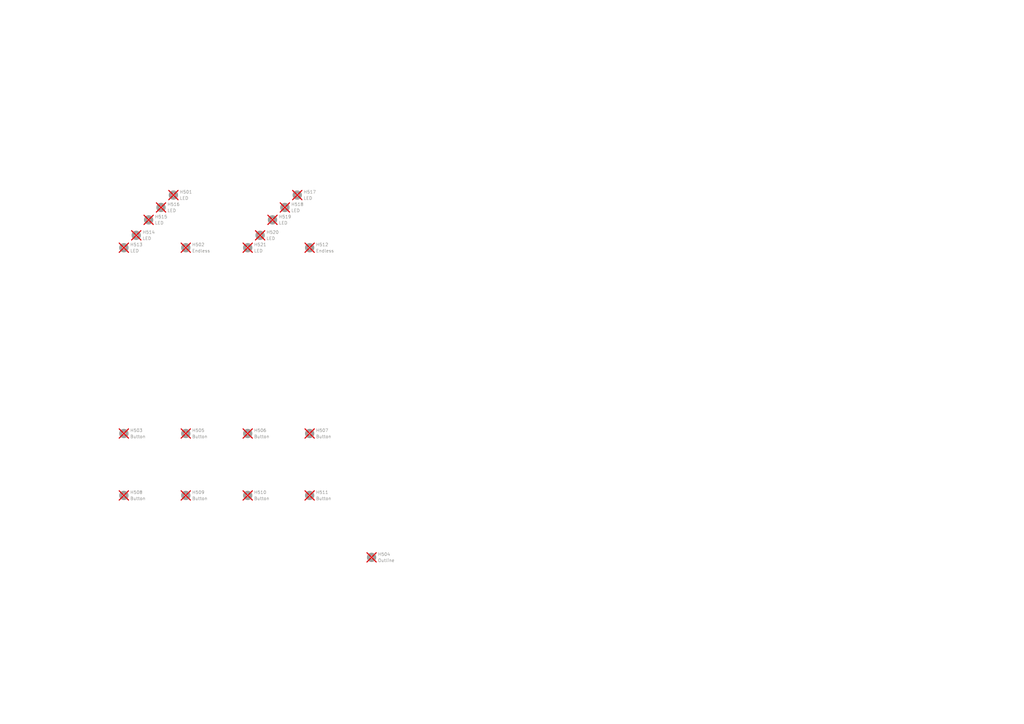
<source format=kicad_sch>
(kicad_sch (version 20231120) (generator "eeschema") (generator_version "8.0")
  (paper "A3")
  (lib_symbols
    (symbol "Mechanical:MountingHole" (pin_names (offset 1.016)) (exclude_from_sim yes) (in_bom no)
      (property "Reference" "H" (at 0 5.08 0))
      (property "Value" "MountingHole" (at 0 3.175 0))
      (symbol "MountingHole_0_1"
        (circle (center 0 0) (radius 1.27) (stroke (width 1.27)))
      )
    )
  )
  (symbol (lib_id "Mechanical:MountingHole") (at 76.2 203.2 0) (unit 1) (exclude_from_sim yes) (in_bom no) (dnp yes)
    (property "Reference" "H509" (at 78.74 201.9299 0) (effects (justify left)))
    (property "Value" "Button" (at 78.74 204.4699 0) (effects (justify left)))
    (property "Footprint" "suku_basics:FP_BUTTON" (effects (hide yes)))
    (property "Description" "Mounting Hole without connection" (effects (hide yes)))
  )
  (symbol (lib_id "Mechanical:MountingHole") (at 101.6 101.6 0) (unit 1) (exclude_from_sim yes) (in_bom no) (dnp yes)
    (property "Reference" "H521" (at 104.14 100.3299 0) (effects (justify left)))
    (property "Value" "LED" (at 104.14 102.8699 0) (effects (justify left)))
    (property "Footprint" "suku_basics:FP_LED" (effects (hide yes)))
    (property "Description" "Mounting Hole without connection" (effects (hide yes)))
  )
  (symbol (lib_id "Mechanical:MountingHole") (at 106.68 96.52 0) (unit 1) (exclude_from_sim yes) (in_bom no) (dnp yes)
    (property "Reference" "H520" (at 109.22 95.2499 0) (effects (justify left)))
    (property "Value" "LED" (at 109.22 97.7899 0) (effects (justify left)))
    (property "Footprint" "suku_basics:FP_LED" (effects (hide yes)))
    (property "Description" "Mounting Hole without connection" (effects (hide yes)))
  )
  (symbol (lib_id "Mechanical:MountingHole") (at 116.84 85.09 0) (unit 1) (exclude_from_sim yes) (in_bom no) (dnp yes)
    (property "Reference" "H518" (at 119.38 83.8199 0) (effects (justify left)))
    (property "Value" "LED" (at 119.38 86.3599 0) (effects (justify left)))
    (property "Footprint" "suku_basics:FP_LED" (effects (hide yes)))
    (property "Description" "Mounting Hole without connection" (effects (hide yes)))
  )
  (symbol (lib_id "Mechanical:MountingHole") (at 76.2 177.8 0) (unit 1) (exclude_from_sim yes) (in_bom no) (dnp yes)
    (property "Reference" "H505" (at 78.74 176.5299 0) (effects (justify left)))
    (property "Value" "Button" (at 78.74 179.0699 0) (effects (justify left)))
    (property "Footprint" "suku_basics:FP_BUTTON" (effects (hide yes)))
    (property "Description" "Mounting Hole without connection" (effects (hide yes)))
  )
  (symbol (lib_id "Mechanical:MountingHole") (at 55.88 96.52 0) (unit 1) (exclude_from_sim yes) (in_bom no) (dnp yes)
    (property "Reference" "H514" (at 58.42 95.2499 0) (effects (justify left)))
    (property "Value" "LED" (at 58.42 97.7899 0) (effects (justify left)))
    (property "Footprint" "suku_basics:FP_LED" (effects (hide yes)))
    (property "Description" "Mounting Hole without connection" (effects (hide yes)))
  )
  (symbol (lib_id "Mechanical:MountingHole") (at 66.04 85.09 0) (unit 1) (exclude_from_sim yes) (in_bom no) (dnp yes)
    (property "Reference" "H516" (at 68.58 83.8199 0) (effects (justify left)))
    (property "Value" "LED" (at 68.58 86.3599 0) (effects (justify left)))
    (property "Footprint" "suku_basics:FP_LED" (effects (hide yes)))
    (property "Description" "Mounting Hole without connection" (effects (hide yes)))
  )
  (symbol (lib_id "Mechanical:MountingHole") (at 111.76 90.17 0) (unit 1) (exclude_from_sim yes) (in_bom no) (dnp yes)
    (property "Reference" "H519" (at 114.3 88.8999 0) (effects (justify left)))
    (property "Value" "LED" (at 114.3 91.4399 0) (effects (justify left)))
    (property "Footprint" "suku_basics:FP_LED" (effects (hide yes)))
    (property "Description" "Mounting Hole without connection" (effects (hide yes)))
  )
  (symbol (lib_id "Mechanical:MountingHole") (at 76.2 101.6 0) (unit 1) (exclude_from_sim yes) (in_bom no) (dnp yes)
    (property "Reference" "H502" (at 78.74 100.3299 0) (effects (justify left)))
    (property "Value" "Endless" (at 78.74 102.8699 0) (effects (justify left)))
    (property "Footprint" "suku_basics:FP_ENDLESS" (effects (hide yes)))
    (property "Description" "Mounting Hole without connection" (effects (hide yes)))
  )
  (symbol (lib_id "Mechanical:MountingHole") (at 152.4 228.6 0) (unit 1) (exclude_from_sim yes) (in_bom no) (dnp yes)
    (property "Reference" "H504" (at 154.94 227.3299 0) (effects (justify left)))
    (property "Value" "Outline" (at 154.94 229.8699 0) (effects (justify left)))
    (property "Footprint" "suku_basics:FP_OUTLINE" (effects (hide yes)))
    (property "Description" "Mounting Hole without connection" (effects (hide yes)))
  )
  (symbol (lib_id "Mechanical:MountingHole") (at 50.8 203.2 0) (unit 1) (exclude_from_sim yes) (in_bom no) (dnp yes)
    (property "Reference" "H508" (at 53.34 201.9299 0) (effects (justify left)))
    (property "Value" "Button" (at 53.34 204.4699 0) (effects (justify left)))
    (property "Footprint" "suku_basics:FP_BUTTON" (effects (hide yes)))
    (property "Description" "Mounting Hole without connection" (effects (hide yes)))
  )
  (symbol (lib_id "Mechanical:MountingHole") (at 101.6 203.2 0) (unit 1) (exclude_from_sim yes) (in_bom no) (dnp yes)
    (property "Reference" "H510" (at 104.14 201.9299 0) (effects (justify left)))
    (property "Value" "Button" (at 104.14 204.4699 0) (effects (justify left)))
    (property "Footprint" "suku_basics:FP_BUTTON" (effects (hide yes)))
    (property "Description" "Mounting Hole without connection" (effects (hide yes)))
  )
  (symbol (lib_id "Mechanical:MountingHole") (at 127 203.2 0) (unit 1) (exclude_from_sim yes) (in_bom no) (dnp yes)
    (property "Reference" "H511" (at 129.54 201.9299 0) (effects (justify left)))
    (property "Value" "Button" (at 129.54 204.4699 0) (effects (justify left)))
    (property "Footprint" "suku_basics:FP_BUTTON" (effects (hide yes)))
    (property "Description" "Mounting Hole without connection" (effects (hide yes)))
  )
  (symbol (lib_id "Mechanical:MountingHole") (at 127 177.8 0) (unit 1) (exclude_from_sim yes) (in_bom no) (dnp yes)
    (property "Reference" "H507" (at 129.54 176.5299 0) (effects (justify left)))
    (property "Value" "Button" (at 129.54 179.0699 0) (effects (justify left)))
    (property "Footprint" "suku_basics:FP_BUTTON" (effects (hide yes)))
    (property "Description" "Mounting Hole without connection" (effects (hide yes)))
  )
  (symbol (lib_id "Mechanical:MountingHole") (at 127 101.6 0) (unit 1) (exclude_from_sim yes) (in_bom no) (dnp yes)
    (property "Reference" "H512" (at 129.54 100.3299 0) (effects (justify left)))
    (property "Value" "Endless" (at 129.54 102.8699 0) (effects (justify left)))
    (property "Footprint" "suku_basics:FP_ENDLESS" (effects (hide yes)))
    (property "Description" "Mounting Hole without connection" (effects (hide yes)))
  )
  (symbol (lib_id "Mechanical:MountingHole") (at 50.8 101.6 0) (unit 1) (exclude_from_sim yes) (in_bom no) (dnp yes)
    (property "Reference" "H513" (at 53.34 100.3299 0) (effects (justify left)))
    (property "Value" "LED" (at 53.34 102.8699 0) (effects (justify left)))
    (property "Footprint" "suku_basics:FP_LED" (effects (hide yes)))
    (property "Description" "Mounting Hole without connection" (effects (hide yes)))
  )
  (symbol (lib_id "Mechanical:MountingHole") (at 60.96 90.17 0) (unit 1) (exclude_from_sim yes) (in_bom no) (dnp yes)
    (property "Reference" "H515" (at 63.5 88.8999 0) (effects (justify left)))
    (property "Value" "LED" (at 63.5 91.4399 0) (effects (justify left)))
    (property "Footprint" "suku_basics:FP_LED" (effects (hide yes)))
    (property "Description" "Mounting Hole without connection" (effects (hide yes)))
  )
  (symbol (lib_id "Mechanical:MountingHole") (at 121.92 80.01 0) (unit 1) (exclude_from_sim yes) (in_bom no) (dnp yes)
    (property "Reference" "H517" (at 124.46 78.7399 0) (effects (justify left)))
    (property "Value" "LED" (at 124.46 81.2799 0) (effects (justify left)))
    (property "Footprint" "suku_basics:FP_LED" (effects (hide yes)))
    (property "Description" "Mounting Hole without connection" (effects (hide yes)))
  )
  (symbol (lib_id "Mechanical:MountingHole") (at 50.8 177.8 0) (unit 1) (exclude_from_sim yes) (in_bom no) (dnp yes)
    (property "Reference" "H503" (at 53.34 176.5299 0) (effects (justify left)))
    (property "Value" "Button" (at 53.34 179.0699 0) (effects (justify left)))
    (property "Footprint" "suku_basics:FP_BUTTON" (effects (hide yes)))
    (property "Description" "Mounting Hole without connection" (effects (hide yes)))
  )
  (symbol (lib_id "Mechanical:MountingHole") (at 71.12 80.01 0) (unit 1) (exclude_from_sim yes) (in_bom no) (dnp yes)
    (property "Reference" "H501" (at 73.66 78.7399 0) (effects (justify left)))
    (property "Value" "LED" (at 73.66 81.2799 0) (effects (justify left)))
    (property "Footprint" "suku_basics:FP_LED" (effects (hide yes)))
    (property "Description" "Mounting Hole without connection" (effects (hide yes)))
  )
  (symbol (lib_id "Mechanical:MountingHole") (at 101.6 177.8 0) (unit 1) (exclude_from_sim yes) (in_bom no) (dnp yes)
    (property "Reference" "H506" (at 104.14 176.5299 0) (effects (justify left)))
    (property "Value" "Button" (at 104.14 179.0699 0) (effects (justify left)))
    (property "Footprint" "suku_basics:FP_BUTTON" (effects (hide yes)))
    (property "Description" "Mounting Hole without connection" (effects (hide yes)))
  )
)
</source>
